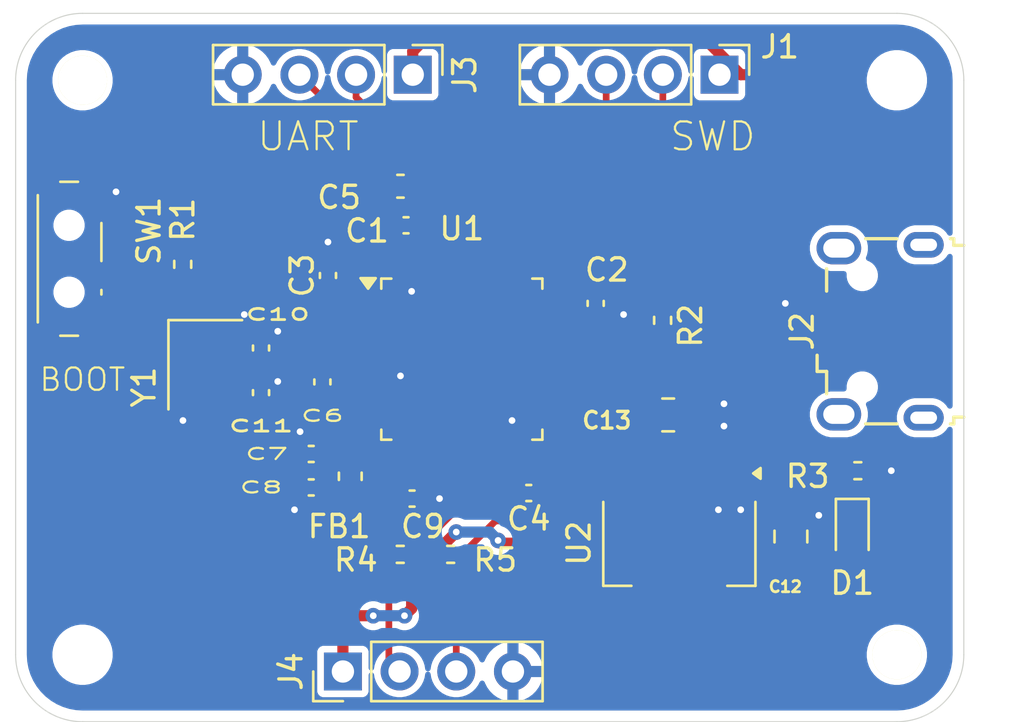
<source format=kicad_pcb>
(kicad_pcb (version 20241229) (generator "pcbnew") (generator_version "9.0")
  (layers (0 "F.Cu" signal) (2 "B.Cu" power) (13 "F.Paste" user) (15 "B.Paste" user) (5 "F.SilkS" user "F.Silkscreen") (7 "B.SilkS" user "B.Silkscreen") (1 "F.Mask" user) (3 "B.Mask" user) (25 "Edge.Cuts" user))
  (net 0 "")
  (net 1 "+3.3V")
  (net 2 "GND")
  (net 3 "+3.3VA")
  (net 4 "/NRST")
  (net 5 "/HSE_IN")
  (net 6 "/HSE_OUT")
  (net 7 "VBUS")
  (net 8 "Net-(D1-K)")
  (net 9 "/SWCLK")
  (net 10 "/SWDIO")
  (net 11 "/USB_D+")
  (net 13 "/USB_D-")
  (net 18 "/USART1_TX")
  (net 19 "/USART1_RX")
  (net 20 "/I2C2_SCL")
  (net 21 "/I2C2_SDA")
  (net 22 "/BOOT0")
  (net 23 "/SW_BOOT0")
  (footprint "Resistor_SMD:R_0402_1005Metric" (layer "F.Cu") (at 168.75 103.5 180)
    (property "Reference" "R3" (at 2.25 -0.25 0) (layer "F.SilkS"))
    (property "Value" "1k5" (hide yes))
    (fp_line (start -0.153641 0.38) (end 0.153641 0.38) (stroke (width 0.12)) (layer "F.SilkS"))
    (fp_line (start -0.153641 -0.38) (end 0.153641 -0.38) (stroke (width 0.12)) (layer "F.SilkS"))
    (pad "1" smd roundrect (at -0.51 0 180) (size 0.54 0.64) (layers "F.Cu" "F.Mask" "F.Paste") (net 2 "GND"))
    (pad "2" smd roundrect (at 0.51 0 180) (size 0.54 0.64) (layers "F.Cu" "F.Mask" "F.Paste") (net 8 "Net-(D1-K)"))
  )
  (footprint "Capacitor_SMD:C_0402_1005Metric" (layer "F.Cu") (at 154 104.5 180)
    (property "Reference" "C4" (at 0 -1.16 0) (layer "F.SilkS"))
    (property "Value" "100n" (hide yes))
    (fp_line (start -0.107836 0.36) (end 0.107836 0.36) (stroke (width 0.12)) (layer "F.SilkS"))
    (fp_line (start -0.107836 -0.36) (end 0.107836 -0.36) (stroke (width 0.12)) (layer "F.SilkS"))
    (pad "1" smd roundrect (at -0.48 0 180) (size 0.56 0.62) (layers "F.Cu" "F.Mask" "F.Paste") (net 1 "+3.3V"))
    (pad "2" smd roundrect (at 0.48 0 180) (size 0.56 0.62) (layers "F.Cu" "F.Mask" "F.Paste") (net 2 "GND"))
  )
  (footprint "Connector_PinHeader_2.54mm:PinHeader_1x04_P2.54mm_Vertical" (layer "F.Cu") (at 162.55 85.75 -90)
    (property "Reference" "J1" (at -1.25 -2.7 180) (layer "F.SilkS"))
    (property "Value" "Conn_01x04_Pin" (hide yes))
    (fp_line (start -1.33 8.95) (end 1.33 8.95) (stroke (width 0.12)) (layer "F.SilkS"))
    (fp_line (start -1.33 1.27) (end -1.33 8.95) (stroke (width 0.12)) (layer "F.SilkS"))
    (fp_line (start -1.33 1.27) (end 1.33 1.27) (stroke (width 0.12)) (layer "F.SilkS"))
    (fp_line (start 1.33 1.27) (end 1.33 8.95) (stroke (width 0.12)) (layer "F.SilkS"))
    (fp_line (start -1.33 0) (end -1.33 -1.33) (stroke (width 0.12)) (layer "F.SilkS"))
    (fp_line (start -1.33 -1.33) (end 0 -1.33) (stroke (width 0.12)) (layer "F.SilkS"))
    (pad "1" thru_hole rect (at 0 0 270) (size 1.7 1.7) (drill 1) (layers "*.Cu" "*.Mask") (net 1 "+3.3V"))
    (pad "2" thru_hole oval (at 0 2.54 270) (size 1.7 1.7) (drill 1) (layers "*.Cu" "*.Mask") (net 10 "/SWDIO"))
    (pad "3" thru_hole oval (at 0 5.08 270) (size 1.7 1.7) (drill 1) (layers "*.Cu" "*.Mask") (net 9 "/SWCLK"))
    (pad "4" thru_hole oval (at 0 7.62 270) (size 1.7 1.7) (drill 1) (layers "*.Cu" "*.Mask") (net 2 "GND"))
  )
  (footprint "MountingHole:MountingHole_2.2mm_M2" (layer "F.Cu") (at 170.5 111.75)
    (property "Reference" "H2" (hide yes))
    (property "Value" "MountingHole" (hide yes))
    (pad "" np_thru_hole circle (at 0 0) (size 2.2 2.2) (drill 2.2) (layers "*.Cu" "F.SilkS"))
  )
  (footprint "Inductor_SMD:L_0603_1608Metric" (layer "F.Cu") (at 146 103.75 -90)
    (property "Reference" "FB1" (at 2.25 0.5 180) (layer "F.SilkS"))
    (property "Value" "120R" (hide yes))
    (fp_line (start -0.162779 0.51) (end 0.162779 0.51) (stroke (width 0.12)) (layer "F.SilkS"))
    (fp_line (start -0.162779 -0.51) (end 0.162779 -0.51) (stroke (width 0.12)) (layer "F.SilkS"))
    (pad "1" smd roundrect (at -0.7875 0 270) (size 0.875 0.95) (layers "F.Cu" "F.Mask" "F.Paste") (net 3 "+3.3VA"))
    (pad "2" smd roundrect (at 0.7875 0 270) (size 0.875 0.95) (layers "F.Cu" "F.Mask" "F.Paste") (net 1 "+3.3V"))
  )
  (footprint "Capacitor_SMD:C_0402_1005Metric" (layer "F.Cu") (at 144.75 99.52 90)
    (property "Reference" "C6" (at -1.52 0 180) (layer "F.SilkS") (effects (font (size 0.5 1) (thickness 0.1) (bold yes))))
    (property "Value" "10n" (hide yes))
    (fp_line (start -0.107836 -0.36) (end 0.107836 -0.36) (stroke (width 0.12)) (layer "F.SilkS"))
    (fp_line (start -0.107836 0.36) (end 0.107836 0.36) (stroke (width 0.12)) (layer "F.SilkS"))
    (pad "1" smd roundrect (at -0.48 0 90) (size 0.56 0.62) (layers "F.Cu" "F.Mask" "F.Paste") (net 3 "+3.3VA"))
    (pad "2" smd roundrect (at 0.48 0 90) (size 0.56 0.62) (layers "F.Cu" "F.Mask" "F.Paste") (net 2 "GND"))
  )
  (footprint "Resistor_SMD:R_0402_1005Metric" (layer "F.Cu") (at 148.24 107.25)
    (property "Reference" "R4" (at -1.99 0.25 0) (layer "F.SilkS"))
    (property "Value" "1k5" (hide yes))
    (fp_line (start -0.153641 -0.38) (end 0.153641 -0.38) (stroke (width 0.12)) (layer "F.SilkS"))
    (fp_line (start -0.153641 0.38) (end 0.153641 0.38) (stroke (width 0.12)) (layer "F.SilkS"))
    (pad "1" smd roundrect (at -0.51 0) (size 0.54 0.64) (layers "F.Cu" "F.Mask" "F.Paste") (net 20 "/I2C2_SCL"))
    (pad "2" smd roundrect (at 0.51 0) (size 0.54 0.64) (layers "F.Cu" "F.Mask" "F.Paste") (net 1 "+3.3V"))
  )
  (footprint "Capacitor_SMD:C_0402_1005Metric" (layer "F.Cu") (at 157 96 -90)
    (property "Reference" "C2" (at -1.5 -0.5 180) (layer "F.SilkS"))
    (property "Value" "100n" (hide yes))
    (fp_line (start -0.107836 0.36) (end 0.107836 0.36) (stroke (width 0.12)) (layer "F.SilkS"))
    (fp_line (start -0.107836 -0.36) (end 0.107836 -0.36) (stroke (width 0.12)) (layer "F.SilkS"))
    (pad "1" smd roundrect (at -0.48 0 270) (size 0.56 0.62) (layers "F.Cu" "F.Mask" "F.Paste") (net 1 "+3.3V"))
    (pad "2" smd roundrect (at 0.48 0 270) (size 0.56 0.62) (layers "F.Cu" "F.Mask" "F.Paste") (net 2 "GND"))
  )
  (footprint "MountingHole:MountingHole_2.2mm_M2" (layer "F.Cu") (at 170.5 86)
    (property "Reference" "H4" (hide yes))
    (property "Value" "MountingHole" (hide yes))
    (pad "" np_thru_hole circle (at 0 0) (size 2.2 2.2) (drill 2.2) (layers "*.Cu" "*.Mask"))
  )
  (footprint "MountingHole:MountingHole_2.2mm_M2" (layer "F.Cu") (at 134 111.75)
    (property "Reference" "H1" (hide yes))
    (property "Value" "MountingHole" (hide yes))
    (pad "" np_thru_hole circle (at 0 0) (size 2.2 2.2) (drill 2.2) (layers "*.Cu" "*.Mask"))
  )
  (footprint "Capacitor_SMD:C_0402_1005Metric" (layer "F.Cu") (at 148.77 104.75)
    (property "Reference" "C9" (at 0.48 1.25 0) (layer "F.SilkS"))
    (property "Value" "100n" (hide yes))
    (fp_line (start -0.107836 -0.36) (end 0.107836 -0.36) (stroke (width 0.12)) (layer "F.SilkS"))
    (fp_line (start -0.107836 0.36) (end 0.107836 0.36) (stroke (width 0.12)) (layer "F.SilkS"))
    (pad "1" smd roundrect (at -0.48 0) (size 0.56 0.62) (layers "F.Cu" "F.Mask" "F.Paste") (net 4 "/NRST"))
    (pad "2" smd roundrect (at 0.48 0) (size 0.56 0.62) (layers "F.Cu" "F.Mask" "F.Paste") (net 2 "GND"))
  )
  (footprint "MountingHole:MountingHole_2.2mm_M2" (layer "F.Cu") (at 134 86)
    (property "Reference" "H3" (hide yes))
    (property "Value" "MountingHole" (hide yes))
    (pad "" np_thru_hole circle (at 0 0) (size 2.2 2.2) (drill 2.2) (layers "*.Cu" "F.SilkS"))
  )
  (footprint "Connector_USB:USB_Micro-B_Wuerth_629105150521" (layer "F.Cu") (at 169.75 97.25 90)
    (property "Reference" "J2" (at 0 -3.5 90) (layer "F.SilkS"))
    (property "Value" "USB_B_Micro")
    (fp_line (start -1.075 -2.825) (end -1.8 -2.825) (stroke (width 0.15)) (layer "F.SilkS"))
    (fp_line (start -1.8 -2.825) (end -1.8 -2.4) (stroke (width 0.15)) (layer "F.SilkS"))
    (fp_line (start 1.8 -2.4) (end 2.8 -2.4) (stroke (width 0.15)) (layer "F.SilkS"))
    (fp_line (start -1.8 -2.4) (end -2.8 -2.4) (stroke (width 0.15)) (layer "F.SilkS"))
    (fp_line (start -4.15 -0.65) (end -4.15 0.75) (stroke (width 0.15)) (layer "F.SilkS"))
    (fp_line (start 4.15 0.75) (end 4.15 -0.65) (stroke (width 0.15)) (layer "F.SilkS"))
    (fp_line (start -4.15 3.15) (end -4.15 3.3) (stroke (width 0.15)) (layer "F.SilkS"))
    (fp_line (start 4.15 3.3) (end 4.15 3.15) (stroke (width 0.15)) (layer "F.SilkS"))
    (fp_line (start 3.85 3.3) (end 4.15 3.3) (stroke (width 0.15)) (layer "F.SilkS"))
    (fp_line (start -3.85 3.3) (end -3.85 3.75) (stroke (width 0.15)) (layer "F.SilkS"))
    (fp_line (start -4.15 3.3) (end -3.85 3.3) (stroke (width 0.15)) (layer "F.SilkS"))
    (fp_line (start 3.85 3.75) (end 3.85 3.3) (stroke (width 0.15)) (layer "F.SilkS"))
    (pad "" np_thru_hole oval (at -2.5 -0.8 90) (size 0.8 0.8) (drill 0.8) (layers "*.Cu" "*.Mask"))
    (pad "" np_thru_hole oval (at 2.5 -0.8 90) (size 0.8 0.8) (drill 0.8) (layers "*.Cu" "*.Mask"))
    (pad "1" smd rect (at -1.3 -1.9 90) (size 0.45 1.3) (layers "F.Cu" "F.Mask" "F.Paste") (net 7 "VBUS"))
    (pad "2" smd rect (at -0.65 -1.9 90) (size 0.45 1.3) (layers "F.Cu" "F.Mask" "F.Paste") (net 13 "/USB_D-"))
    (pad "3" smd rect (at 0 -1.9 90) (size 0.45 1.3) (layers "F.Cu" "F.Mask" "F.Paste") (net 11 "/USB_D+"))
    (pad "4" smd rect (at 0.65 -1.9 90) (size 0.45 1.3) (layers "F.Cu" "F.Mask" "F.Paste"))
    (pad "5" smd rect (at 1.3 -1.9 90) (size 0.45 1.3) (layers "F.Cu" "F.Mask" "F.Paste") (net 2 "GND"))
    (pad "6" thru_hole oval (at -3.875 1.95 90) (size 1.15 1.8) (drill oval 0.55 1.2) (property pad_prop_heatsink) (layers "*.Cu" "*.Mask"))
    (pad "6" thru_hole oval (at -3.725 -1.85 90) (size 1.45 2) (drill oval 0.85 1.4) (property pad_prop_heatsink) (layers "*.Cu" "*.Mask"))
    (pad "6" thru_hole oval (at 3.725 -1.85 90) (size 1.45 2) (drill oval 0.85 1.4) (property pad_prop_heatsink) (layers "*.Cu" "*.Mask"))
    (pad "6" thru_hole oval (at 3.875 1.95 90) (size 1.15 1.8) (drill oval 0.55 1.2) (property pad_prop_heatsink) (layers "*.Cu" "*.Mask"))
  )
  (footprint "Connector_PinHeader_2.54mm:PinHeader_1x04_P2.54mm_Vertical" (layer "F.Cu") (at 145.67 112.5 90)
    (property "Reference" "J4" (at 0 -2.33 90) (layer "F.SilkS"))
    (property "Value" "Conn_01x04_Pin" (hide yes))
    (fp_line (start -1.33 -1.33) (end 0 -1.33) (stroke (width 0.12)) (layer "F.SilkS"))
    (fp_line (start -1.33 0) (end -1.33 -1.33) (stroke (width 0.12)) (layer "F.SilkS"))
    (fp_line (start 1.33 1.27) (end 1.33 8.95) (stroke (width 0.12)) (layer "F.SilkS"))
    (fp_line (start -1.33 1.27) (end 1.33 1.27) (stroke (width 0.12)) (layer "F.SilkS"))
    (fp_line (start -1.33 1.27) (end -1.33 8.95) (stroke (width 0.12)) (layer "F.SilkS"))
    (fp_line (start -1.33 8.95) (end 1.33 8.95) (stroke (width 0.12)) (layer "F.SilkS"))
    (pad "1" thru_hole rect (at 0 0 90) (size 1.7 1.7) (drill 1) (layers "*.Cu" "*.Mask") (net 1 "+3.3V"))
    (pad "2" thru_hole oval (at 0 2.54 90) (size 1.7 1.7) (drill 1) (layers "*.Cu" "*.Mask") (net 20 "/I2C2_SCL"))
    (pad "3" thru_hole oval (at 0 5.08 90) (size 1.7 1.7) (drill 1) (layers "*.Cu" "*.Mask") (net 21 "/I2C2_SDA"))
    (pad "4" thru_hole oval (at 0 7.62 90) (size 1.7 1.7) (drill 1) (layers "*.Cu" "*.Mask") (net 2 "GND"))
  )
  (footprint "Capacitor_SMD:C_0402_1005Metric" (layer "F.Cu") (at 145 94.75 90)
    (property "Reference" "C3" (at 0 -1.16 90) (layer "F.SilkS"))
    (property "Value" "100n" (hide yes))
    (fp_line (start -0.107836 -0.36) (end 0.107836 -0.36) (stroke (width 0.12)) (layer "F.SilkS"))
    (fp_line (start -0.107836 0.36) (end 0.107836 0.36) (stroke (width 0.12)) (layer "F.SilkS"))
    (pad "1" smd roundrect (at -0.48 0 90) (size 0.56 0.62) (layers "F.Cu" "F.Mask" "F.Paste") (net 1 "+3.3V"))
    (pad "2" smd roundrect (at 0.48 0 90) (size 0.56 0.62) (layers "F.Cu" "F.Mask" "F.Paste") (net 2 "GND"))
  )
  (footprint "Resistor_SMD:R_0402_1005Metric" (layer "F.Cu") (at 160 96.76 90)
    (property "Reference" "R2" (at -0.24 1.25 90) (layer "F.SilkS"))
    (property "Value" "1k5" (hide yes))
    (fp_line (start -0.153641 -0.38) (end 0.153641 -0.38) (stroke (width 0.12)) (layer "F.SilkS"))
    (fp_line (start -0.153641 0.38) (end 0.153641 0.38) (stroke (width 0.12)) (layer "F.SilkS"))
    (pad "1" smd roundrect (at -0.51 0 90) (size 0.54 0.64) (layers "F.Cu" "F.Mask" "F.Paste") (net 11 "/USB_D+"))
    (pad "2" smd roundrect (at 0.51 0 90) (size 0.54 0.64) (layers "F.Cu" "F.Mask" "F.Paste") (net 1 "+3.3V"))
  )
  (footprint "Capacitor_SMD:C_0402_1005Metric" (layer "F.Cu") (at 142 98 90)
    (property "Reference" "C10" (at 1.5 0.75 180) (layer "F.SilkS") (effects (font (size 0.5 1) (thickness 0.125))))
    (property "Value" "10p" (hide yes))
    (fp_line (start -0.107836 -0.36) (end 0.107836 -0.36) (stroke (width 0.12)) (layer "F.SilkS"))
    (fp_line (start -0.107836 0.36) (end 0.107836 0.36) (stroke (width 0.12)) (layer "F.SilkS"))
    (pad "1" smd roundrect (at -0.48 0 90) (size 0.56 0.62) (layers "F.Cu" "F.Mask" "F.Paste") (net 5 "/HSE_IN"))
    (pad "2" smd roundrect (at 0.48 0 90) (size 0.56 0.62) (layers "F.Cu" "F.Mask" "F.Paste") (net 2 "GND"))
  )
  (footprint "Capacitor_SMD:C_0402_1005Metric" (layer "F.Cu") (at 144.25 102.75 180)
    (property "Reference" "C7" (at 2 0 0) (layer "F.SilkS") (effects (font (size 0.5 1) (thickness 0.1) (bold yes))))
    (property "Value" "1u" (hide yes))
    (fp_line (start -0.107836 0.36) (end 0.107836 0.36) (stroke (width 0.12)) (layer "F.SilkS"))
    (fp_line (start -0.107836 -0.36) (end 0.107836 -0.36) (stroke (width 0.12)) (layer "F.SilkS"))
    (pad "1" smd roundrect (at -0.48 0 180) (size 0.56 0.62) (layers "F.Cu" "F.Mask" "F.Paste") (net 3 "+3.3VA"))
    (pad "2" smd roundrect (at 0.48 0 180) (size 0.56 0.62) (layers "F.Cu" "F.Mask" "F.Paste") (net 2 "GND"))
  )
  (footprint "Package_QFP:LQFP-48_7x7mm_P0.5mm" (layer "F.Cu") (at 151 98.5)
    (property "Reference" "U1" (at 0 -5.85 0) (layer "F.SilkS"))
    (property "Value" "STM32F103C8Tx" (hide yes))
    (fp_line (start -3.61 -3.61) (end -3.61 -3.16) (stroke (width 0.12)) (layer "F.SilkS"))
    (fp_line (start -3.61 3.61) (end -3.61 3.16) (stroke (width 0.12)) (layer "F.SilkS"))
    (fp_line (start -3.16 -3.61) (end -3.61 -3.61) (stroke (width 0.12)) (layer "F.SilkS"))
    (fp_line (start -3.16 3.61) (end -3.61 3.61) (stroke (width 0.12)) (layer "F.SilkS"))
    (fp_line (start 3.16 -3.61) (end 3.61 -3.61) (stroke (width 0.12)) (layer "F.SilkS"))
    (fp_line (start 3.16 3.61) (end 3.61 3.61) (stroke (width 0.12)) (layer "F.SilkS"))
    (fp_line (start 3.61 -3.61) (end 3.61 -3.16) (stroke (width 0.12)) (layer "F.SilkS"))
    (fp_line (start 3.61 3.61) (end 3.61 3.16) (stroke (width 0.12)) (layer "F.SilkS"))
    (fp_poly (pts (xy -4.2 -3.16) (xy -4.54 -3.63) (xy -3.86 -3.63) (xy -4.2 -3.16)) (stroke (width 0.12)) (fill yes) (layer "F.SilkS"))
    (pad "1" smd roundrect (at -4.1625 -2.75) (size 1.475 0.3) (layers "F.Cu" "F.Mask" "F.Paste") (net 1 "+3.3V"))
    (pad "2" smd roundrect (at -4.1625 -2.25) (size 1.475 0.3) (layers "F.Cu" "F.Mask" "F.Paste"))
    (pad "3" smd roundrect (at -4.1625 -1.75) (size 1.475 0.3) (layers "F.Cu" "F.Mask" "F.Paste"))
    (pad "4" smd roundrect (at -4.1625 -1.25) (size 1.475 0.3) (layers "F.Cu" "F.Mask" "F.Paste"))
    (pad "5" smd roundrect (at -4.1625 -0.75) (size 1.475 0.3) (layers "F.Cu" "F.Mask" "F.Paste") (net 5 "/HSE_IN"))
    (pad "6" smd roundrect (at -4.1625 -0.25) (size 1.475 0.3) (layers "F.Cu" "F.Mask" "F.Paste") (net 6 "/HSE_OUT"))
    (pad "7" smd roundrect (at -4.1625 0.25) (size 1.475 0.3) (layers "F.Cu" "F.Mask" "F.Paste") (net 4 "/NRST"))
    (pad "8" smd roundrect (at -4.1625 0.75) (size 1.475 0.3) (layers "F.Cu" "F.Mask" "F.Paste") (net 2 "GND"))
    (pad "9" smd roundrect (at -4.1625 1.25) (size 1.475 0.3) (layers "F.Cu" "F.Mask" "F.Paste") (net 3 "+3.3VA"))
    (pad "10" smd roundrect (at -4.1625 1.75) (size 1.475 0.3) (layers "F.Cu" "F.Mask" "F.Paste"))
    (pad "11" smd roundrect (at -4.1625 2.25) (size 1.475 0.3) (layers "F.Cu" "F.Mask" "F.Paste"))
    (pad "12" smd roundrect (at -4.1625 2.75) (size 1.475 0.3) (layers "F.Cu" "F.Mask" "F.Paste"))
    (pad "13" smd roundrect (at -2.75 4.1625) (size 0.3 1.475) (layers "F.Cu" "F.Mask" "F.Paste"))
    (pad "14" smd roundrect (at -2.25 4.1625) (size 0.3 1.475) (layers "F.Cu" "F.Mask" "F.Paste"))
    (pad "15" smd roundrect (at -1.75 4.1625) (size 0.3 1.475) (layers "F.Cu" "F.Mask" "F.Paste"))
    (pad "16" smd roundrect (at -1.25 4.1625) (size 0.3 1.475) (layers "F.Cu" "F.Mask" "F.Paste"))
    (pad "17" smd roundrect (at -0.75 4.1625) (size 0.3 1.475) (layers "F.Cu" "F.Mask" "F.Paste"))
    (pad "18" smd roundrect (at -0.25 4.1625) (size 0.3 1.475) (layers "F.Cu" "F.Mask" "F.Paste"))
    (pad "19" smd roundrect (at 0.25 4.1625) (size 0.3 1.475) (layers "F.Cu" "F.Mask" "F.Paste"))
    (pad "20" smd roundrect (at 0.75 4.1625) (size 0.3 1.475) (layers "F.Cu" "F.Mask" "F.Paste"))
    (pad "21" smd roundrect (at 1.25 4.1625) (size 0.3 1.475) (layers "F.Cu" "F.Mask" "F.Paste") (net 20 "/I2C2_SCL"))
    (pad "22" smd roundrect (at 1.75 4.1625) (size 0.3 1.475) (layers "F.Cu" "F.Mask" "F.Paste") (net 21 "/I2C2_SDA"))
    (pad "23" smd roundrect (at 2.25 4.1625) (size 0.3 1.475) (layers "F.Cu" "F.Mask" "F.Paste") (net 2 "GND"))
    (pad "24" smd roundrect (at 2.75 4.1625) (size 0.3 1.475) (layers "F.Cu" "F.Mask" "F.Paste") (net 1 "+3.3V"))
    (pad "25" smd roundrect (at 4.1625 2.75) (size 1.475 0.3) (layers "F.Cu" "F.Mask" "F.Paste"))
    (pad "26" smd roundrect (at 4.1625 2.25) (size 1.475 0.3) (layers "F.Cu" "F.Mask" "F.Paste"))
    (pad "27" smd roundrect (at 4.1625 1.75) (size 1.475 0.3) (layers "F.Cu" "F.Mask" "F.Paste"))
    (pad "28" smd roundrect (at 4.1625 1.25) (size 1.475 0.3) (layers "F.Cu" "F.Mask" "F.Paste"))
    (pad "29" smd roundrect (at 4.1625 0.75) (size 1.475 0.3) (layers "F.Cu" "F.Mask" "F.Paste"))
    (pad "30" smd roundrect (at 4.1625 0.25) (size 1.475 0.3) (layers "F.Cu" "F.Mask" "F.Paste"))
    (pad "31" smd roundrect (at 4.1625 -0.25) (size 1.475 0.3) (layers "F.Cu" "F.Mask" "F.Paste"))
    (pad "32" smd roundrect (at 4.1625 -0.75) (size 1.475 0.3) (layers "F.Cu" "F.Mask" "F.Paste") (net 13 "/USB_D-"))
    (pad "33" smd roundrect (at 4.1625 -1.25) (size 1.475 0.3) (layers "F.Cu" "F.Mask" "F.Paste") (net 11 "/USB_D+"))
    (pad "34" smd roundrect (at 4.1625 -1.75) (size 1.475 0.3) (layers "F.Cu" "F.Mask" "F.Paste") (net 10 "/SWDIO"))
    (pad "35" smd roundrect (at 4.1625 -2.25) (size 1.475 0.3) (layers "F.Cu" "F.Mask" "F.Paste") (net 2 "GND"))
    (pad "36" smd roundrect (at 4.1625 -2.75) (size 1.475 0.3) (layers "F.Cu" "F.Mask" "F.Paste") (net 1 "+3.3V"))
    (pad "37" smd roundrect (at 2.75 -4.1625) (size 0.3 1.475) (layers "F.Cu" "F.Mask" "F.Paste") (net 9 "/SWCLK"))
    (pad "38" smd roundrect (at 2.25 -4.1625) (size 0.3 1.475) (layers "F.Cu" "F.Mask" "F.Paste"))
    (pad "39" smd roundrect (at 1.75 -4.1625) (size 0.3 1.475) (layers "F.Cu" "F.Mask" "F.Paste"))
    (pad "40" smd roundrect (at 1.25 -4.1625) (size 0.3 1.475) (layers "F.Cu" "F.Mask" "F.Paste"))
    (pad "41" smd roundrect (at 0.75 -4.1625) (size 0.3 1.475) (layers "F.Cu" "F.Mask" "F.Paste"))
    (pad "42" smd roundrect (at 0.25 -4.1625) (size 0.3 1.475) (layers "F.Cu" "F.Mask" "F.Paste") (net 18 "/USART1_TX"))
    (pad "43" smd roundrect (at -0.25 -4.1625) (size 0.3 1.475) (layers "F.Cu" "F.Mask" "F.Paste") (net 19 "/USART1_RX"))
    (pad "44" smd roundrect (at -0.75 -4.1625) (size 0.3 1.475) (layers "F.Cu" "F.Mask" "F.Paste") (net 22 "/BOOT0"))
    (pad "45" smd roundrect (at -1.25 -4.1625) (size 0.3 1.475) (layers "F.Cu" "F.Mask" "F.Paste"))
    (pad "46" smd roundrect (at -1.75 -4.1625) (size 0.3 1.475) (layers "F.Cu" "F.Mask" "F.Paste"))
    (pad "47" smd roundrect (at -2.25 -4.1625) (size 0.3 1.475) (layers "F.Cu" "F.Mask" "F.Paste") (net 2 "GND"))
    (pad "48" smd roundrect (at -2.75 -4.1625) (size 0.3 1.475) (layers "F.Cu" "F.Mask" "F.Paste") (net 1 "+3.3V"))
  )
  (footprint "Resistor_SMD:R_0402_1005Metric" (layer "F.Cu") (at 138.49 94.25 90)
    (property "Reference" "R1" (at 2 0 90) (layer "F.SilkS"))
    (property "Value" "10k" (hide yes))
    (fp_line (start -0.153641 -0.38) (end 0.153641 -0.38) (stroke (width 0.12)) (layer "F.SilkS"))
    (fp_line (start -0.153641 0.38) (end 0.153641 0.38) (stroke (width 0.12)) (layer "F.SilkS"))
    (pad "1" smd roundrect (at -0.51 0 90) (size 0.54 0.64) (layers "F.Cu" "F.Mask" "F.Paste") (net 23 "/SW_BOOT0"))
    (pad "2" smd roundrect (at 0.51 0 90) (size 0.54 0.64) (layers "F.Cu" "F.Mask" "F.Paste") (net 22 "/BOOT0"))
  )
  (footprint "Connector_PinHeader_2.54mm:PinHeader_1x04_P2.54mm_Vertical" (layer "F.Cu") (at 148.8 85.75 -90)
    (property "Reference" "J3" (at 0 -2.33 90) (layer "F.SilkS"))
    (property "Value" "Conn_01x04_Pin" (hide yes))
    (fp_line (start -1.33 8.95) (end 1.33 8.95) (stroke (width 0.12)) (layer "F.SilkS"))
    (fp_line (start -1.33 1.27) (end -1.33 8.95) (stroke (width 0.12)) (layer "F.SilkS"))
    (fp_line (start -1.33 1.27) (end 1.33 1.27) (stroke (width 0.12)) (layer "F.SilkS"))
    (fp_line (start 1.33 1.27) (end 1.33 8.95) (stroke (width 0.12)) (layer "F.SilkS"))
    (fp_line (start -1.33 0) (end -1.33 -1.33) (stroke (width 0.12)) (layer "F.SilkS"))
    (fp_line (start -1.33 -1.33) (end 0 -1.33) (stroke (width 0.12)) (layer "F.SilkS"))
    (pad "1" thru_hole rect (at 0 0 270) (size 1.7 1.7) (drill 1) (layers "*.Cu" "*.Mask") (net 1 "+3.3V"))
    (pad "2" thru_hole oval (at 0 2.54 270) (size 1.7 1.7) (drill 1) (layers "*.Cu" "*.Mask") (net 18 "/USART1_TX"))
    (pad "3" thru_hole oval (at 0 5.08 270) (size 1.7 1.7) (drill 1) (layers "*.Cu" "*.Mask") (net 19 "/USART1_RX"))
    (pad "4" thru_hole oval (at 0 7.62 270) (size 1.7 1.7) (drill 1) (layers "*.Cu" "*.Mask") (net 2 "GND"))
  )
  (footprint "Capacitor_SMD:C_0402_1005Metric" (layer "F.Cu") (at 142 100 90)
    (property "Reference" "C11" (at -1.5 0 180) (layer "F.SilkS") (effects (font (size 0.5 1) (thickness 0.125))))
    (property "Value" "10p" (hide yes))
    (fp_line (start -0.107836 -0.36) (end 0.107836 -0.36) (stroke (width 0.12)) (layer "F.SilkS"))
    (fp_line (start -0.107836 0.36) (end 0.107836 0.36) (stroke (width 0.12)) (layer "F.SilkS"))
    (pad "1" smd roundrect (at -0.48 0 90) (size 0.56 0.62) (layers "F.Cu" "F.Mask" "F.Paste") (net 6 "/HSE_OUT"))
    (pad "2" smd roundrect (at 0.48 0 90) (size 0.56 0.62) (layers "F.Cu" "F.Mask" "F.Paste") (net 2 "GND"))
  )
  (footprint "Capacitor_SMD:C_0603_1608Metric" (layer "F.Cu") (at 148.25 90.75)
    (property "Reference" "C5" (at -2.75 0.5 0) (layer "F.SilkS"))
    (property "Value" "10u" (hide yes))
    (fp_line (start -0.14058 -0.51) (end 0.14058 -0.51) (stroke (width 0.12)) (layer "F.SilkS"))
    (fp_line (start -0.14058 0.51) (end 0.14058 0.51) (stroke (width 0.12)) (layer "F.SilkS"))
    (pad "1" smd roundrect (at -0.775 0) (size 0.9 0.95) (layers "F.Cu" "F.Mask" "F.Paste") (net 1 "+3.3V"))
    (pad "2" smd roundrect (at 0.775 0) (size 0.9 0.95) (layers "F.Cu" "F.Mask" "F.Paste") (net 2 "GND"))
  )
  (footprint "Capacitor_SMD:C_0805_2012Metric" (layer "F.Cu") (at 160.25 101)
    (property "Reference" "C13" (at -2.75 0.25 0) (layer "F.SilkS") (effects (font (size 0.75 0.75))))
    (property "Value" "22u" (hide yes))
    (fp_line (start -0.261252 -0.735) (end 0.261252 -0.735) (stroke (width 0.12)) (layer "F.SilkS"))
    (fp_line (start -0.261252 0.735) (end 0.261252 0.735) (stroke (width 0.12)) (layer "F.SilkS"))
    (pad "1" smd roundrect (at -0.95 0) (size 1 1.45) (layers "F.Cu" "F.Mask" "F.Paste") (net 7 "VBUS"))
    (pad "2" smd roundrect (at 0.95 0) (size 1 1.45) (layers "F.Cu" "F.Mask" "F.Paste") (net 2 "GND"))
  )
  (footprint "Resistor_SMD:R_0402_1005Metric" (layer "F.Cu") (at 150.5 107.25 180)
    (property "Reference" "R5" (at -2 -0.25 0) (layer "F.SilkS"))
    (property "Value" "1k5" (hide yes))
    (fp_line (start -0.153641 0.38) (end 0.153641 0.38) (stroke (width 0.12)) (layer "F.SilkS"))
    (fp_line (start -0.153641 -0.38) (end 0.153641 -0.38) (stroke (width 0.12)) (layer "F.SilkS"))
    (pad "1" smd roundrect (at -0.51 0 180) (size 0.54 0.64) (layers "F.Cu" "F.Mask" "F.Paste") (net 21 "/I2C2_SDA"))
    (pad "2" smd roundrect (at 0.51 0 180) (size 0.54 0.64) (layers "F.Cu" "F.Mask" "F.Paste") (net 1 "+3.3V"))
  )
  (footprint "LED_SMD:LED_0603_1608Metric" (layer "F.Cu") (at 168.5 106.25 -90)
    (property "Reference" "D1" (at 2.2875 0 180) (layer "F.SilkS"))
    (property "Value" "LED" (hide yes))
    (fp_line (start -1.485 0.735) (end 0.8 0.735) (stroke (width 0.12)) (layer "F.SilkS"))
    (fp_line (start -1.485 -0.735) (end -1.485 0.735) (stroke (width 0.12)) (layer "F.SilkS"))
    (fp_line (start 0.8 -0.735) (end -1.485 -0.735) (stroke (width 0.12)) (layer "F.SilkS"))
    (pad "1" smd roundrect (at -0.7875 0 270) (size 0.875 0.95) (layers "F.Cu" "F.Mask" "F.Paste") (net 8 "Net-(D1-K)"))
    (pad "2" smd roundrect (at 0.7875 0 270) (size 0.875 0.95) (layers "F.Cu" "F.Mask" "F.Paste") (net 1 "+3.3V"))
  )
  (footprint "Package_TO_SOT_SMD:SOT-223-3_TabPin2" (layer "F.Cu") (at 160.75 106.75 -90)
    (property "Reference" "U2" (at 0 4.5 90) (layer "F.SilkS"))
    (property "Value" "AMS1117-3.3" (hide yes))
    (fp_line (start -1.85 3.41) (end 1.91 3.41) (stroke (width 0.12)) (layer "F.SilkS"))
    (fp_line (start 1.91 3.41) (end 1.91 2.15) (stroke (width 0.12)) (layer "F.SilkS"))
    (fp_line (start -1.85 -3.41) (end 1.91 -3.41) (stroke (width 0.12)) (layer "F.SilkS"))
    (fp_line (start 1.91 -3.41) (end 1.91 -2.15) (stroke (width 0.12)) (layer "F.SilkS"))
    (fp_poly (pts (xy -3.13 -3.31) (xy -3.37 -3.64) (xy -2.89 -3.64) (xy -3.13 -3.31)) (stroke (width 0.12)) (fill yes) (layer "F.SilkS"))
    (pad "1" smd roundrect (at -3.15 -2.3 270) (size 2 1.5) (layers "F.Cu" "F.Mask" "F.Paste") (net 2 "GND"))
    (pad "2" smd roundrect (at -3.15 0 270) (size 2 1.5) (layers "F.Cu" "F.Mask" "F.Paste") (net 1 "+3.3V"))
    (pad "2" smd roundrect (at 3.15 0 270) (size 2 3.8) (layers "F.Cu" "F.Mask" "F.Paste") (net 1 "+3.3V"))
    (pad "3" smd roundrect (at -3.15 2.3 270) (size 2 1.5) (layers "F.Cu" "F.Mask" "F.Paste") (net 7 "VBUS"))
  )
  (footprint "Capacitor_SMD:C_0402_1005Metric" (layer "F.Cu") (at 148.5 92.5)
    (property "Reference" "C1" (at -1.75 0.25 0) (layer "F.SilkS"))
    (property "Value" "100n" (hide yes))
    (fp_line (start -0.107836 -0.36) (end 0.107836 -0.36) (stroke (width 0.12)) (layer "F.SilkS"))
    (fp_line (start -0.107836 0.36) (end 0.107836 0.36) (stroke (width 0.12)) (layer "F.SilkS"))
    (pad "1" smd roundrect (at -0.48 0) (size 0.56 0.62) (layers "F.Cu" "F.Mask" "F.Paste") (net 1 "+3.3V"))
    (pad "2" smd roundrect (at 0.48 0) (size 0.56 0.62) (layers "F.Cu" "F.Mask" "F.Paste") (net 2 "GND"))
  )
  (footprint "Button_Switch_SMD:SW_SPDT_PCM12" (layer "F.Cu") (at 133.725 94 -90)
    (property "Reference" "SW1" (at -1.25 -3.25 90) (layer "F.SilkS"))
    (property "Value" "SW_SPDT" (hide yes))
    (fp_line (start -2.85 1.73) (end 2.85 1.73) (stroke (width 0.12)) (layer "F.SilkS"))
    (fp_line (start 3.45 0.72) (end 3.45 -0.07) (stroke (width 0.12)) (layer "F.SilkS"))
    (fp_line (start -3.45 -0.07) (end -3.45 0.72) (stroke (width 0.12)) (layer "F.SilkS"))
    (fp_line (start -1.6 -1.12) (end 0.1 -1.12) (stroke (width 0.12)) (layer "F.SilkS"))
    (fp_line (start 1.4 -1.12) (end 1.6 -1.12) (stroke (width 0.12)) (layer "F.SilkS"))
    (pad "" smd rect (at -3.65 -0.78 270) (size 1 0.8) (layers "F.Cu" "F.Mask" "F.Paste"))
    (pad "" smd rect (at -3.65 1.43 270) (size 1 0.8) (layers "F.Cu" "F.Mask" "F.Paste"))
    (pad "" np_thru_hole circle (at -1.5 0.33 270) (size 0.9 0.9) (drill 0.9) (layers "*.Cu" "*.Mask"))
    (pad "" np_thru_hole circle (at 1.5 0.33 270) (size 0.9 0.9) (drill 0.9) (layers "*.Cu" "*.Mask"))
    (pad "" smd rect (at 3.65 -0.78 270) (size 1 0.8) (layers "F.Cu" "F.Mask" "F.Paste"))
    (pad "" smd rect (at 3.65 1.43 270) (size 1 0.8) (layers "F.Cu" "F.Mask" "F.Paste"))
    (pad "1" smd rect (at -2.25 -1.43 270) (size 0.7 1.5) (layers "F.Cu" "F.Mask" "F.Paste") (net 2 "GND"))
    (pad "2" smd rect (at 0.75 -1.43 270) (size 0.7 1.5) (layers "F.Cu" "F.Mask" "F.Paste") (net 23 "/SW_BOOT0"))
    (pad "3" smd rect (at 2.25 -1.43 270) (size 0.7 1.5) (layers "F.Cu" "F.Mask" "F.Paste") (net 1 "+3.3V"))
  )
  (footprint "Crystal:Crystal_SMD_3225-4Pin_3.2x2.5mm" (layer "F.Cu") (at 139.5 98.75 -90)
    (property "Reference" "Y1" (at 1 2.75 90) (layer "F.SilkS"))
    (property "Value" "16MHz" (hide yes))
    (fp_line (start -2 1.65) (end 2 1.65) (stroke (width 0.12)) (layer "F.SilkS"))
    (fp_line (start -2 -1.65) (end -2 1.65) (stroke (width 0.12)) (layer "F.SilkS"))
    (pad "1" smd rect (at -1.1 0.85 270) (size 1.4 1.2) (layers "F.Cu" "F.Mask" "F.Paste") (net 5 "/HSE_IN"))
    (pad "2" smd rect (at 1.1 0.85 270) (size 1.4 1.2) (layers "F.Cu" "F.Mask" "F.Paste") (net 2 "GND"))
    (pad "3" smd rect (at 1.1 -0.85 270) (size 1.4 1.2) (layers "F.Cu" "F.Mask" "F.Paste") (net 6 "/HSE_OUT"))
    (pad "4" smd rect (at -1.1 -0.85 270) (size 1.4 1.2) (layers "F.Cu" "F.Mask" "F.Paste") (net 2 "GND"))
  )
  (footprint "Capacitor_SMD:C_0402_1005Metric" (layer "F.Cu") (at 144.25 104.25 180)
    (property "Reference" "C8" (at 2.25 0 0) (layer "F.SilkS") (effects (font (size 0.5 1) (thickness 0.1) (bold yes))))
    (property "Value" "1u" (hide yes))
    (fp_line (start -0.107836 0.36) (end 0.107836 0.36) (stroke (width 0.12)) (layer "F.SilkS"))
    (fp_line (start -0.107836 -0.36) (end 0.107836 -0.36) (stroke (width 0.12)) (layer "F.SilkS"))
    (pad "1" smd roundrect (at -0.48 0 180) (size 0.56 0.62) (layers "F.Cu" "F.Mask" "F.Paste") (net 1 "+3.3V"))
    (pad "2" smd roundrect (at 0.48 0 180) (size 0.56 0.62) (layers "F.Cu" "F.Mask" "F.Paste") (net 2 "GND"))
  )
  (footprint "Capacitor_SMD:C_0805_2012Metric" (layer "F.Cu") (at 165.75 106.45 90)
    (property "Reference" "C12" (at -2.25 -0.25 180) (layer "F.SilkS") (effects (font (size 0.5 0.5) (thickness 0.125))))
    (property "Value" "22u" (hide yes))
    (fp_line (start -0.261252 -0.735) (end 0.261252 -0.735) (stroke (width 0.12)) (layer "F.SilkS"))
    (fp_line (start -0.261252 0.735) (end 0.261252 0.735) (stroke (width 0.12)) (layer "F.SilkS"))
    (pad "1" smd roundrect (at -0.95 0 90) (size 1 1.45) (layers "F.Cu" "F.Mask" "F.Paste") (net 1 "+3.3V"))
    (pad "2" smd roundrect (at 0.95 0 90) (size 1 1.45) (layers "F.Cu" "F.Mask" "F.Paste") (net 2 "GND"))
  )
  (gr_line (start 131 86) (end 131 111.75) (stroke (width 0.05)) (layer "Edge.Cuts"))
  (gr_arc (start 131 86) (mid 131.87868 83.87868) (end 134 83) (stroke (width 0.05)) (layer "Edge.Cuts"))
  (gr_arc (start 134 114.75) (mid 131.87868 113.87132) (end 131 111.75) (stroke (width 0.05)) (layer "Edge.Cuts"))
  (gr_arc (start 170.5 83) (mid 172.62132 83.87868) (end 173.5 86) (stroke (width 0.05)) (layer "Edge.Cuts"))
  (gr_line (start 134 83) (end 170.5 83) (stroke (width 0.05)) (layer "Edge.Cuts"))
  (gr_line (start 134 114.75) (end 170.5 114.75) (stroke (width 0.05)) (layer "Edge.Cuts"))
  (gr_line (start 173.5 86) (end 173.5 111.75) (stroke (width 0.05)) (layer "Edge.Cuts"))
  (gr_arc (start 173.5 111.75) (mid 172.62132 113.87132) (end 170.5 114.75) (stroke (width 0.05)) (layer "Edge.Cuts"))
  (gr_text "UART\n" (at 141.75 89.25 0) (layer "F.SilkS") (effects (font (size 1.25 1.25) (thickness 0.1)) (justify left bottom)))
  (gr_text "SWD" (at 160.25 89.25 0) (layer "F.SilkS") (effects (font (size 1.25 1.25) (thickness 0.1)) (justify left bottom)))
  (gr_text "BOOT" (at 132 100 0) (layer "F.SilkS") (effects (font (size 1 1) (thickness 0.1)) (justify left bottom)))
  (segment (start 149.99 107.25) (end 149.99 107.01) (width 0.5) (layer "F.Cu") (net 1))
  (segment (start 148.75 109.68) (end 148.75 107.25) (width 0.5) (layer "F.Cu") (net 1))
  (segment (start 152.75 106.75) (end 154.48 106.75) (width 0.5) (layer "F.Cu") (net 1))
  (segment (start 148.02 93.02) (end 148.02 92.5) (width 0.3) (layer "F.Cu") (net 1))
  (segment (start 145.25 90.5) (end 145.5 90.75) (width 0.5) (layer "F.Cu") (net 1))
  (segment (start 162.55 84.8) (end 162.55 85.75) (width 0.5) (layer "F.Cu") (net 1))
  (segment (start 167.5 89) (end 170 91.5) (width 0.5) (layer "F.Cu") (net 1))
  (segment (start 148.43 110) (end 148.75 109.68) (width 0.5) (layer "F.Cu") (net 1))
  (segment (start 145.67 110) (end 147.03 110) (width 0.5) (layer "F.Cu") (net 1))
  (segment (start 147.475 90.75) (end 147.475 91.225) (width 0.5) (layer "F.Cu") (net 1))
  (segment (start 153.75 102.6625) (end 153.75 103.5) (width 0.3) (layer "F.Cu") (net 1))
  (segment (start 145.67 110) (end 141.75 110) (width 0.5) (layer "F.Cu") (net 1))
  (segment (start 146.8375 95.75) (end 146.8375 93.0875) (width 0.3) (layer "F.Cu") (net 1))
  (segment (start 148.25 93.25) (end 148.02 93.02) (width 0.3) (layer "F.Cu") (net 1))
  (segment (start 149.99 107.01) (end 150.75 106.25) (width 0.5) (layer "F.Cu") (net 1))
  (segment (start 137 96) (end 140 96) (width 0.5) (layer "F.Cu") (net 1))
  (segment (start 146.8375 93.0875) (end 144.875 91.125) (width 0.3) (layer "F.Cu") (net 1))
  (segment (start 148.02 91.77) (end 148.02 92.5) (width 0.5) (layer "F.Cu") (net 1))
  (segment (start 160.25 96.25) (end 167.5 89) (width 0.5) (layer "F.Cu") (net 1))
  (segment (start 145.67 104.8675) (end 146 104.5375) (width 0.5) (layer "F.Cu") (net 1))
  (segment (start 147.475 91.225) (end 148.02 91.77) (width 0.5) (layer "F.Cu") (net 1))
  (segment (start 171.25 104.2875) (end 168.5 107.0375) (width 0.5) (layer "F.Cu") (net 1))
  (segment (start 156.52 95.52) (end 157 95.52) (width 0.3) (layer "F.Cu") (net 1))
  (segment (start 164.25 85.75) (end 163.5 85.75) (width 0.5) (layer "F.Cu") (net 1))
  (segment (start 165.75 107.4) (end 167.25 107.4) (width 0.5) (layer "F.Cu") (net 1))
  (segment (start 171.25 103.25) (end 171.25 104.2875) (width 0.5) (layer "F.Cu") (net 1))
  (segment (start 146 95.75) (end 145.48 95.23) (width 0.3) (layer "F.Cu") (net 1))
  (segment (start 155.75 109) (end 154.48 107.73) (width 0.5) (layer "F.Cu") (net 1))
  (segment (start 148.8 84.7) (end 149.5 84) (width 0.5) (layer "F.Cu") (net 1))
  (segment (start 154.48 107.73) (end 154.48 106.75) (width 0.5) (layer "F.Cu") (net 1))
  (segment (start 137 105.25) (end 137 96) (width 0.5) (layer "F.Cu") (net 1))
  (segment (start 145.7125 104.25) (end 146 104.5375) (width 0.5) (layer "F.Cu") (net 1))
  (segment (start 170 102) (end 171.25 103.25) (width 0.5) (layer "F.Cu") (net 1))
  (segment (start 160 96.25) (end 160.25 96.25) (width 0.5) (layer "F.Cu") (net 1))
  (segment (start 136.75 96.25) (end 137 96) (width 0.5) (layer "F.Cu") (net 1))
  (segment (start 154.48 106.75) (end 154.48 104.5) (width 0.5) (layer "F.Cu") (net 1))
  (segment (start 148.25 94.3375) (end 148.25 93.25) (width 0.3) (layer "F.Cu") (net 1))
  (segment (start 156.25 111.5) (end 156.25 109) (width 0.5) (layer "F.Cu") (net 1))
  (segment (start 156.25 95.75) (end 156.5 95.5) (width 0.3) (layer "F.Cu") (net 1))
  (segment (start 170 91.5) (end 170 102) (width 0.5) (layer "F.Cu") (net 1))
  (segment (start 164.25 85.75) (end 167.5 89) (width 0.5) (layer "F.Cu") (net 1))
  (segment (start 144.73 104.25) (end 145.7125 104.25) (width 0.5) (layer "F.Cu") (net 1))
  (segment (start 153.75 103.5) (end 154.48 104.23) (width 0.3) (layer "F.Cu") (net 1))
  (segment (start 167.25 107.4) (end 167.25 109.75) (width 0.5) (layer "F.Cu") (net 1))
  (segment (start 156.5 95.5) (end 156.52 95.52) (width 0.3) (layer "F.Cu") (net 1))
  (segment (start 167.25 109.75) (end 165 112) (width 0.5) (layer "F.Cu") (net 1))
  (segment (start 159.27 95.52) (end 160 96.25) (width 0.5) (layer "F.Cu") (net 1))
  (segment (start 145.67 112.5) (end 145.67 110) (width 0.5) (layer "F.Cu") (net 1))
  (segment (start 163.5 85.75) (end 161.75 84) (width 0.5) (layer "F.Cu") (net 1))
  (segment (start 154.48 104.23) (end 154.48 104.5) (width 0.3) (layer "F.Cu") (net 1))
  (segment (start 145.67 110) (end 145.67 104.8675) (width 0.5) (layer "F.Cu") (net 1))
  (segment (start 155.1625 95.75) (end 156.25 95.75) (width 0.3) (layer "F.Cu") (net 1))
  (segment (start 140 96) (end 144.875 91.125) (width 0.5) (layer "F.Cu") (net 1))
  (segment (start 146.8375 95.75) (end 146 95.75) (width 0.3) (layer "F.Cu") (net 1))
  (segment (start 152.624975 106.624975) (end 152.75 106.75) (width 0.5) (layer "F.Cu") (net 1))
  (segment (start 141.75 110) (end 137 105.25) (width 0.5) (layer "F.Cu") (net 1))
  (segment (start 135.155 96.25) (end 136.75 96.25) (width 0.5) (layer "F.Cu") (net 1))
  (segment (start 145.25 90.75) (end 145.25 90.5) (width 0.5) (layer "F.Cu") (net 1))
  (segment (start 148.75 107.25) (end 149.99 107.25) (width 0.5) (layer "F.Cu") (net 1))
  (segment (start 165 112) (end 156.75 112) (width 0.5) (layer "F.Cu") (net 1))
  (segment (start 156.25 109) (end 155.75 109) (width 0.5) (layer "F.Cu") (net 1))
  (segment (start 145.48 95.23) (end 145 95.23) (width 0.3) (layer "F.Cu") (net 1))
  (segment (start 144.875 91.125) (end 145.25 90.75) (width 0.5) (layer "F.Cu") (net 1))
  (segment (start 148.8 85.75) (end 148.8 84.7) (width 0.5) (layer "F.Cu") (net 1))
  (segment (start 156.75 112) (end 156.25 111.5) (width 0.5) (layer "F.Cu") (net 1))
  (segment (start 145.5 90.75) (end 147.475 90.75) (width 0.5) (layer "F.Cu") (net 1))
  (segment (start 157 95.52) (end 159.27 95.52) (width 0.5) (layer "F.Cu") (net 1))
  (segment (start 167.25 107.4) (end 168.1375 107.4) (width 0.5) (layer "F.Cu") (net 1))
  (segment (start 149.5 84) (end 161.75 84) (width 0.5) (layer "F.Cu") (net 1))
  (segment (start 168.1375 107.4) (end 168.5 107.0375) (width 0.5) (layer "F.Cu") (net 1))
  (via (at 147.03 110) (size 0.7) (drill 0.3) (layers "F.Cu" "B.Cu") (net 1))
  (via (at 150.75 106.25) (size 0.7) (drill 0.3) (layers "F.Cu" "B.Cu") (net 1))
  (via (at 152.624975 106.624975) (size 0.7) (drill 0.3) (layers "F.Cu" "B.Cu") (net 1))
  (via (at 148.43 110) (size 0.7) (drill 0.3) (layers "F.Cu" "B.Cu") (net 1))
  (segment (start 147.03 110) (end 148.43 110) (width 0.5) (layer "B.Cu") (net 1))
  (segment (start 150.75 106.25) (end 152.25 106.25) (width 0.5) (layer "B.Cu") (net 1))
  (segment (start 152.25 106.25) (end 152.624975 106.624975) (width 0.5) (layer "B.Cu") (net 1))
  (segment (start 148.75 95.460139) (end 148.749688 95.460451) (width 0.3) (layer "F.Cu") (net 2))
  (segment (start 156.5 96.5) (end 156.52 96.48) (width 0.3) (layer "F.Cu") (net 2))
  (segment (start 148.75 93.25) (end 148.98 93.02) (width 0.3) (layer "F.Cu") (net 2))
  (segment (start 156.25 96.25) (end 156.5 96.5) (width 0.3) (layer "F.Cu") (net 2))
  (segment (start 138.65 101.1) (end 138.5 101.25) (width 0.5) (layer "F.Cu") (net 2))
  (segment (start 135.155 91.345) (end 135.5 91) (width 0.5) (layer "F.Cu") (net 2))
  (segment (start 143.77 104.25) (end 143.77 104.98) (width 0.3) (layer "F.Cu") (net 2))
  (segment (start 142 97.52) (end 142.48 97.52) (width 0.5) (layer "F.Cu") (net 2))
  (segment (start 145 94.27) (end 145 93.25) (width 0.5) (layer "F.Cu") (net 2))
  (segment (start 143.77 102.75) (end 143.77 101.77) (width 0.3) (layer "F.Cu") (net 2))
  (segment (start 165.55 95.95) (end 165.5 96) (width 0.3) (layer "F.Cu") (net 2))
  (segment (start 146.8375 99.25) (end 148.25 99.25) (width 0.3) (layer "F.Cu") (net 2))
  (segment (start 157 96.48) (end 158.23 96.48) (width 0.3) (layer "F.Cu") (net 2))
  (segment (start 135.155 91.75) (end 135.155 91.345) (width 0.5) (layer "F.Cu") (net 2))
  (segment (start 142 99.52) (end 142.73 99.52) (width 0.5) (layer "F.Cu") (net 2))
  (segment (start 153.25 102.6625) (end 153.25 101.25) (width 0.3) (layer "F.Cu") (net 2))
  (segment (start 153.499 103.999) (end 153.499 104.5) (width 0.3) (layer "F.Cu") (net 2))
  (segment (start 142.48 97.52) (end 142.75 97.25) (width 0.5) (layer "F.Cu") (net 2))
  (segment (start 142.73 99.52) (end 142.75 99.5) (width 0.5) (layer "F.Cu") (net 2))
  (segment (start 146.8375 99.25) (end 145.75 99.25) (width 0.3) (layer "F.Cu") (net 2))
  (segment (start 143.77 104.98) (end 143.5 105.25) (width 0.3) (layer "F.Cu") (net 2))
  (segment (start 148.75 94.3375) (end 148.75 95.460139) (width 0.3) (layer "F.Cu") (net 2))
  (segment (start 155.1625 96.25) (end 156.25 96.25) (width 0.3) (layer "F.Cu") (net 2))
  (segment (start 140.35 97.65) (end 140.35 97.4) (width 0.5) (layer "F.Cu") (net 2))
  (segment (start 145.5 99) (end 145.46 99.04) (width 0.3) (layer "F.Cu") (net 2))
  (segment (start 167.85 95.95) (end 165.55 95.95) (width 0.3) (layer "F.Cu") (net 2))
  (segment (start 148.75 94.3375) (end 148.75 93.25) (width 0.3) (layer "F.Cu") (net 2))
  (segment (start 145.75 99.25) (end 145.5 99) (width 0.3) (layer "F.Cu") (net 2))
  (segment (start 149.025 92.455) (end 148.98 92.5) (width 0.5) (layer "F.Cu") (net 2))
  (segment (start 143.77 101.77) (end 143.75 101.75) (width 0.3) (layer "F.Cu") (net 2))
  (segment (start 158.23 96.48) (end 158.25 96.5) (width 0.3) (layer "F.Cu") (net 2))
  (segment (start 169.26 103.5) (end 170.25 103.5) (width 0.3) (layer "F.Cu") (net 2))
  (segment (start 153.25 103.75) (end 153.499 103.999) (width 0.3) (layer "F.Cu") (net 2))
  (segment (start 148.98 93.02) (end 148.98 92.5) (width 0.3) (layer "F.Cu") (net 2))
  (segment (start 149.25 104.75) (end 150 104.75) (width 0.3) (layer "F.Cu") (net 2))
  (segment (start 145.46 99.04) (end 144.75 99.04) (width 0.3) (layer "F.Cu") (net 2))
  (segment (start 149.025 90.75) (end 149.025 92.455) (width 0.5) (layer "F.Cu") (net 2))
  (segment (start 138.65 99.85) (end 138.65 101.1) (width 0.5) (layer "F.Cu") (net 2))
  (segment (start 156.52 96.48) (end 157 96.48) (width 0.3) (layer "F.Cu") (net 2))
  (segment (start 140.35 97.4) (end 141.25 96.5) (width 0.5) (layer "F.Cu") (net 2))
  (segment (start 153.25 102.6625) (end 153.25 103.75) (width 0.3) (layer "F.Cu") (net 2))
  (via (at 142.75 99.5) (size 0.7) (drill 0.3) (layers "F.Cu" "B.Cu") (net 2))
  (via (at 138.5 101.25) (size 0.7) (drill 0.3) (layers "F.Cu" "B.Cu") (net 2))
  (via (at 162.75 100.5) (size 0.7) (drill 0.3) (layers "F.Cu" "B.Cu") (net 2))
  (via (at 150 104.75) (size 0.7) (drill 0.3) (layers "F.Cu" "B.Cu") (net 2))
  (via (at 142.75 97.25) (size 0.7) (drill 0.3) (layers "F.Cu" "B.Cu") (net 2))
  (via (at 143.5 105.25) (size 0.7) (drill 0.3) (layers "F.Cu" "B.Cu") (net 2))
  (via (at 135.5 91) (size 0.7) (drill 0.3) (layers "F.Cu" "B.Cu") (net 2))
  (via (at 162.5 105.25) (size 0.7) (drill 0.3) (layers "F.Cu" "B.Cu") (net 2))
  (via (at 170.25 103.5) (size 0.7) (drill 0.3) (layers "F.Cu" "B.Cu") (net 2))
  (via (at 153.25 101.25) (size 0.7) (drill 0.3) (layers "F.Cu" "B.Cu") (net 2))
  (via (at 162.75 101.5) (size 0.7) (drill 0.3) (layers "F.Cu" "B.Cu") (net 2))
  (via (at 167 105.5) (size 0.7) (drill 0.3) (layers "F.Cu" "B.Cu") (net 2))
  (via (at 148.749688 95.460451) (size 0.7) (drill 0.3) (layers "F.Cu" "B.Cu") (net 2))
  (via (at 143.75 101.75) (size 0.7) (drill 0.3) (layers "F.Cu" "B.Cu") (net 2))
  (via (at 158.25 96.5) (size 0.7) (drill 0.3) (layers "F.Cu" "B.Cu") (net 2))
  (via (at 163.5 105.25) (size 0.7) (drill 0.3) (layers "F.Cu" "B.Cu") (net 2))
  (via (at 165.5 96) (size 0.7) (drill 0.3) (layers "F.Cu" "B.Cu") (net 2))
  (via (at 145 93.25) (size 0.7) (drill 0.3) (layers "F.Cu" "B.Cu") (net 2))
  (via (at 141.25 96.5) (size 0.7) (drill 0.3) (layers "F.Cu" "B.Cu") (net 2))
  (via (at 148.25 99.25) (size 0.7) (drill 0.3) (layers "F.Cu" "B.Cu") (net 2))
  (segment (start 145.5 100) (end 144.75 100) (width 0.3) (layer "F.Cu") (net 3))
  (segment (start 144.9425 102.9625) (end 144.73 102.75) (width 0.5) (layer "F.Cu") (net 3))
  (segment (start 144.75 102.73) (end 144.73 102.75) (width 0.5) (layer "F.Cu") (net 3))
  (segment (start 145.75 99.75) (end 145.5 100) (width 0.3) (layer "F.Cu") (net 3))
  (segment (start 146 102.9625) (end 144.9425 102.9625) (width 0.5) (layer "F.Cu") (net 3))
  (segment (start 146.8375 99.75) (end 145.75 99.75) (width 0.3) (layer "F.Cu") (net 3))
  (segment (start 144.75 100) (end 144.75 102.73) (width 0.5) (layer "F.Cu") (net 3))
  (segment (start 148 101.429534) (end 147.5 101.929534) (width 0.3) (layer "F.Cu") (net 4))
  (segment (start 148 100) (end 148 101.429534) (width 0.3) (layer "F.Cu") (net 4))
  (segment (start 148.491364 98.5) (end 148.951 98.959636) (width 0.3) (layer "F.Cu") (net 4))
  (segment (start 147.75 98.75) (end 148 98.5) (width 0.3) (layer "F.Cu") (net 4))
  (segment (start 147.5 101.929534) (end 147.5 104.25) (width 0.3) (layer "F.Cu") (net 4))
  (segment (start 148 98.5) (end 148.491364 98.5) (width 0.3) (layer "F.Cu") (net 4))
  (segment (start 148.951 98.959636) (end 148.951 99.540364) (width 0.3) (layer "F.Cu") (net 4))
  (segment (start 148.491364 100) (end 148 100) (width 0.3) (layer "F.Cu") (net 4))
  (segment (start 148.951 99.540364) (end 148.491364 100) (width 0.3) (layer "F.Cu") (net 4))
  (segment (start 148 104.75) (end 148.29 104.75) (width 0.3) (layer "F.Cu") (net 4))
  (segment (start 146.8375 98.75) (end 147.75 98.75) (width 0.3) (layer "F.Cu") (net 4))
  (segment (start 147.5 104.25) (end 148 104.75) (width 0.3) (layer "F.Cu") (net 4))
  (segment (start 139.601 98.701) (end 138.65 97.75) (width 0.3) (layer "F.Cu") (net 5))
  (segment (start 141.779 98.701) (end 139.601 98.701) (width 0.3) (layer "F.Cu") (net 5))
  (segment (start 142 98.48) (end 141.779 98.701) (width 0.3) (layer "F.Cu") (net 5))
  (segment (start 143 98.5) (end 142.98 98.48) (width 0.3) (layer "F.Cu") (net 5))
  (segment (start 146.8375 97.75) (end 143.75 97.75) (width 0.3) (layer "F.Cu") (net 5))
  (segment (start 138.65 97.75) (end 138.65 97.65) (width 0.3) (layer "F.Cu") (net 5))
  (segment (start 142.98 98.48) (end 142 98.48) (width 0.3) (layer "F.Cu") (net 5))
  (segment (start 143.75 97.75) (end 143 98.5) (width 0.3) (layer "F.Cu") (net 5))
  (segment (start 141.48 100.48) (end 140.85 99.85) (width 0.3) (layer "F.Cu") (net 6))
  (segment (start 144 98.25) (end 144 99.5) (width 0.3) (layer "F.Cu") (net 6))
  (segment (start 140.85 99.85) (end 140.35 99.85) (width 0.3) (layer "F.Cu") (net 6))
  (segment (start 146.8375 98.25) (end 144 98.25) (width 0.3) (layer "F.Cu") (net 6))
  (segment (start 144 99.5) (end 143 100.5) (width 0.3) (layer "F.Cu") (net 6))
  (segment (start 142.98 100.48) (end 142 100.48) (width 0.3) (layer "F.Cu") (net 6))
  (segment (start 143 100.5) (end 142.98 100.48) (width 0.3) (layer "F.Cu") (net 6))
  (segment (start 142 100.48) (end 141.48 100.48) (width 0.3) (layer "F.Cu") (net 6))
  (segment (start 168.5 105.4625) (end 168.5 105.25) (width 0.5) (layer "F.Cu") (net 8))
  (segment (start 168.24 104.99) (end 168.24 103.5) (width 0.5) (layer "F.Cu") (net 8))
  (segment (start 168.5 105.25) (end 168.24 104.99) (width 0.5) (layer "F.Cu") (net 8))
  (segment (start 168.26 103.5) (end 168.26 103.76) (width 0.3) (layer "F.Cu") (net 8))
  (segment (start 153.75 94.3375) (end 153.75 91.75) (width 0.3) (layer "F.Cu") (net 9))
  (segment (start 157.47 87.97) (end 157.47 85.75) (width 0.3) (layer "F.Cu") (net 9))
  (segment (start 157.5 88) (end 157.47 87.97) (width 0.3) (layer "F.Cu") (net 9))
  (segment (start 153.75 91.75) (end 157.5 88) (width 0.3) (layer "F.Cu") (net 9))
  (segment (start 154 95.5) (end 160.01 89.49) (width 0.3) (layer "F.Cu") (net 10))
  (segment (start 155.1625 96.75) (end 154.25 96.75) (width 0.3) (layer "F.Cu") (net 10))
  (segment (start 154.25 96.75) (end 154 96.5) (width 0.3) (layer "F.Cu") (net 10))
  (segment (start 154 96.5) (end 154 95.5) (width 0.3) (layer "F.Cu") (net 10))
  (segment (start 160.01 89.49) (end 160.01 85.75) (width 0.3) (layer "F.Cu") (net 10))
  (segment (start 155.1625 97.25) (end 167.85 97.25) (width 0.3) (layer "F.Cu") (net 11))
  (segment (start 159.25 97.75) (end 159.5 98) (width 0.3) (layer "F.Cu") (net 13))
  (segment (start 155.1625 97.75) (end 159.25 97.75) (width 0.3) (layer "F.Cu") (net 13))
  (segment (start 159.5 98) (end 160.75 98) (width 0.3) (layer "F.Cu") (net 13))
  (segment (start 160.75 98) (end 160.85 97.9) (width 0.3) (layer "F.Cu") (net 13))
  (segment (start 160.85 97.9) (end 167.85 97.9) (width 0.3) (layer "F.Cu") (net 13))
  (segment (start 151.25 93) (end 152.25 92) (width 0.3) (layer "F.Cu") (net 18))
  (segment (start 152.25 92) (end 152.25 88.5) (width 0.3) (layer "F.Cu") (net 18))
  (segment (start 147.5 88) (end 146.26 86.76) (width 0.3) (layer "F.Cu") (net 18))
  (segment (start 146.26 86.76) (end 146.26 85.75) (width 0.3) (layer "F.Cu") (net 18))
  (segment (start 152.25 88.5) (end 151.75 88) (width 0.3) (layer "F.Cu") (net 18))
  (segment (start 151.25 94.3375) (end 151.25 93) (width 0.3) (layer "F.Cu") (net 18))
  (segment (start 151.75 88) (end 147.5 88) (width 0.3) (layer "F.Cu") (net 18))
  (segment (start 146.72 88.75) (end 143.72 85.75) (width 0.3) (layer "F.Cu") (net 19))
  (segment (start 151.5 88.75) (end 146.72 88.75) (width 0.3) (layer "F.Cu") (net 19))
  (segment (start 150.75 94.3375) (end 150.75 92.5) (width 0.3) (layer "F.Cu") (net 19))
  (segment (start 151.5 91.75) (end 151.5 88.75) (width 0.3) (layer "F.Cu") (net 19))
  (segment (start 150.75 92.5) (end 151.5 91.75) (width 0.3) (layer "F.Cu") (net 19))
  (segment (start 147.73 112.02) (end 148.21 112.5) (width 0.3) (layer "F.Cu") (net 20))
  (segment (start 152.25 102.6625) (end 152.25 103.75) (width 0.3) (layer "F.Cu") (net 20))
  (segment (start 147.73 106.52) (end 147.73 107.25) (width 0.3) (layer "F.Cu") (net 20))
  (segment (start 149.75 106.25) (end 148 106.25) (width 0.3) (layer "F.Cu") (net 20))
  (segment (start 152.25 103.75) (end 149.75 106.25) (width 0.3) (layer "F.Cu") (net 20))
  (segment (start 147.73 107.25) (end 147.73 112.02) (width 0.3) (layer "F.Cu") (net 20))
  (segment (start 148 106.25) (end 147.73 106.52) (width 0.3) (layer "F.Cu") (net 20))
  (segment (start 150.75 107.75) (end 150.75 112.5) (width 0.3) (layer "F.Cu") (net 21))
  (segment (start 151.01 107.49) (end 150.75 107.75) (width 0.3) (layer "F.Cu") (net 21))
  (segment (start 152.75 102.6625) (end 152.75 105.75) (width 0.3) (layer "F.Cu") (net 21))
  (segment (start 152.75 105.75) (end 152.51 105.75) (width 0.3) (layer "F.Cu") (net 21))
  (segment (start 151.01 107.25) (end 151.01 107.49) (width 0.3) (layer "F.Cu") (net 21))
  (segment (start 152.51 105.75) (end 151.01 107.25) (width 0.3) (layer "F.Cu") (net 21))
  (segment (start 144.5 89.5) (end 140.26 93.74) (width 0.3) (layer "F.Cu") (net 22))
  (segment (start 150.25 94.3375) (end 150.25 92) (width 0.3) (layer "F.Cu") (net 22))
  (segment (start 150.75 91.5) (end 150.75 89.5) (width 0.3) (layer "F.Cu") (net 22))
  (segment (start 140.26 93.74) (end 138.49 93.74) (width 0.3) (layer "F.Cu") (net 22))
  (segment (start 150.25 92) (end 150.75 91.5) (width 0.3) (layer "F.Cu") (net 22))
  (segment (start 150.75 89.5) (end 144.5 89.5) (width 0.3) (layer "F.Cu") (net 22))
  (segment (start 135.165 94.76) (end 135.155 94.75) (width 0.3) (layer "F.Cu") (net 23))
  (segment (start 138.49 94.76) (end 135.165 94.76) (width 0.3) (layer "F.Cu") (net 23))
  (zone (net 1) (net_name "+3.3V") (layer "F.Cu") (priority 3) (connect_pads yes (clearance 0.3)) (min_thickness 0.25) (fill yes (thermal_gap 0.5) (thermal_bridge_width 0.5))
    (polygon (pts (xy 159.75 102.5) (xy 161.5 102.5) (xy 161.75 106.5) (xy 166.75 106.45) (xy 166.75 108.25) (xy 163.25 108.5) (xy 163 111.25) (xy 158.5 111.25) (xy 158.5 108) (xy 159.75 107)))
  )
  (zone (net 7) (net_name "VBUS") (layer "F.Cu") (priority 2) (connect_pads yes (clearance 0.3)) (min_thickness 0.25) (fill yes (thermal_gap 0.5) (thermal_bridge_width 0.5))
    (polygon (pts (xy 157.5 104.75) (xy 159.5 104.75) (xy 159.5 102.25) (xy 160 101.75) (xy 160 100) (xy 161 99.25) (xy 169 99) (xy 169 98.25) (xy 161 98.25) (xy 158.75 100) (xy 158.75 102) (xy 157.5 102.5)))
  )
  (zone (net 2) (net_name "GND") (layer "F.Cu") (priority 1) (connect_pads yes (clearance 0.3)) (min_thickness 0.25) (fill yes (thermal_gap 0.5) (thermal_bridge_width 0.5))
    (polygon (pts (xy 163.5 100) (xy 164 100.75) (xy 164 104.5) (xy 164.5 105) (xy 167.5 105) (xy 167.5 106.25) (xy 162 106.25) (xy 162 102) (xy 160.75 102) (xy 160.75 100)))
  )
  (zone (net 2) (net_name "GND") (layer "B.Cu") (connect_pads (clearance 0.3)) (min_thickness 0.25) (fill yes (thermal_gap 0.5) (thermal_bridge_width 0.5))
    (polygon (pts (xy 131 83) (xy 173.5 83) (xy 173.5 114.75) (xy 131 114.75)))
  )
)
</source>
